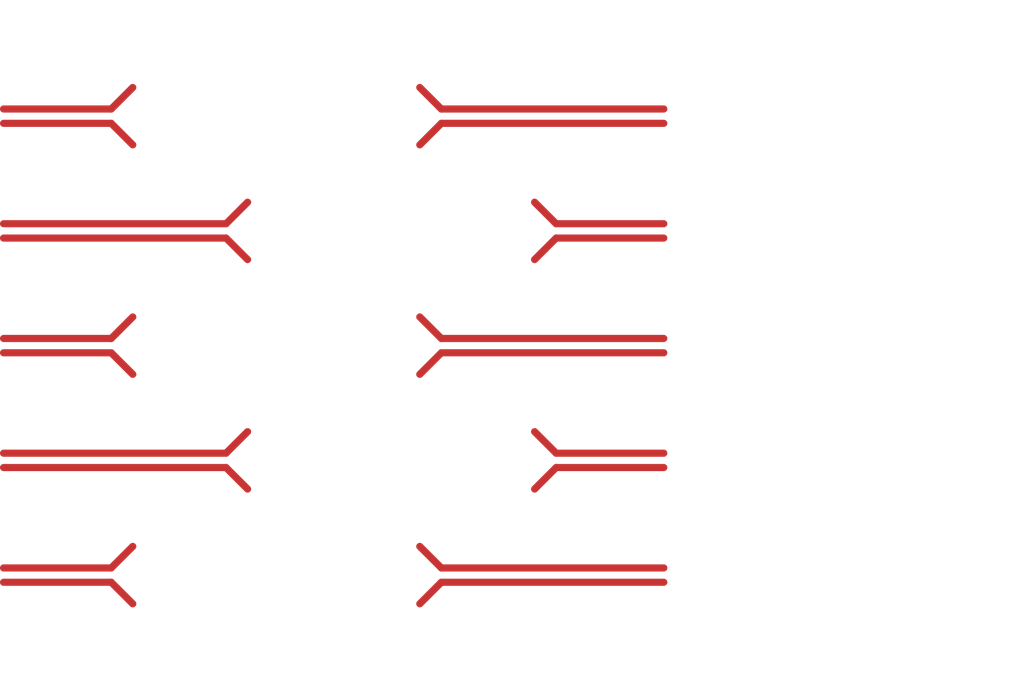
<source format=kicad_pcb>
(kicad_pcb
	(version 20240108)
	(generator "pcbnew")
	(generator_version "8.0")
	(general
		(thickness 1.6)
		(legacy_teardrops no)
	)
	(paper "A4")
	(layers
		(0 "F.Cu" signal)
		(31 "B.Cu" signal)
		(32 "B.Adhes" user "B.Adhesive")
		(33 "F.Adhes" user "F.Adhesive")
		(34 "B.Paste" user)
		(35 "F.Paste" user)
		(36 "B.SilkS" user "B.Silkscreen")
		(37 "F.SilkS" user "F.Silkscreen")
		(38 "B.Mask" user)
		(39 "F.Mask" user)
		(40 "Dwgs.User" user "User.Drawings")
		(41 "Cmts.User" user "User.Comments")
		(42 "Eco1.User" user "User.Eco1")
		(43 "Eco2.User" user "User.Eco2")
		(44 "Edge.Cuts" user)
		(45 "Margin" user)
		(46 "B.CrtYd" user "B.Courtyard")
		(47 "F.CrtYd" user "F.Courtyard")
		(48 "B.Fab" user)
		(49 "F.Fab" user)
		(50 "User.1" user)
		(51 "User.2" user)
		(52 "User.3" user)
		(53 "User.4" user)
		(54 "User.5" user)
		(55 "User.6" user)
		(56 "User.7" user)
		(57 "User.8" user)
		(58 "User.9" user)
	)
	(setup
		(pad_to_mask_clearance 0)
		(allow_soldermask_bridges_in_footprints no)
		(pcbplotparams
			(layerselection 0x00010fc_ffffffff)
			(plot_on_all_layers_selection 0x0000000_00000000)
			(disableapertmacros no)
			(usegerberextensions no)
			(usegerberattributes yes)
			(usegerberadvancedattributes yes)
			(creategerberjobfile yes)
			(dashed_line_dash_ratio 12.000000)
			(dashed_line_gap_ratio 3.000000)
			(svgprecision 4)
			(plotframeref no)
			(viasonmask no)
			(mode 1)
			(useauxorigin no)
			(hpglpennumber 1)
			(hpglpenspeed 20)
			(hpglpendiameter 15.000000)
			(pdf_front_fp_property_popups yes)
			(pdf_back_fp_property_popups yes)
			(dxfpolygonmode yes)
			(dxfimperialunits yes)
			(dxfusepcbnewfont yes)
			(psnegative no)
			(psa4output no)
			(plotreference yes)
			(plotvalue yes)
			(plotfptext yes)
			(plotinvisibletext no)
			(sketchpadsonfab no)
			(subtractmaskfromsilk no)
			(outputformat 1)
			(mirror no)
			(drillshape 1)
			(scaleselection 1)
			(outputdirectory "")
		)
	)
	(net 0 "")
	(gr_line
		(start 223.5 8.5)
		(end 239 8.5)
		(stroke
			(width 0.5)
			(type default)
		)
		(layer "F.Cu")
		(uuid "07cc1cf3-9b78-45ef-b635-be6f5cebef7a")
	)
	(gr_line
		(start 208.5 15.5)
		(end 193 15.5)
		(stroke
			(width 0.5)
			(type default)
		)
		(layer "F.Cu")
		(uuid "08667888-5e77-47c4-8517-139ecbf24cea")
	)
	(gr_line
		(start 208.5 32.5)
		(end 193 32.5)
		(stroke
			(width 0.5)
			(type default)
		)
		(layer "F.Cu")
		(uuid "0e55634c-d89c-4fc9-bd97-df1770f25dd8")
	)
	(gr_line
		(start 200.5 8.5)
		(end 193 8.5)
		(stroke
			(width 0.5)
			(type default)
		)
		(layer "F.Cu")
		(uuid "25bc5f17-5473-4781-b20b-4ec9d8e31335")
	)
	(gr_line
		(start 231.5 16.5)
		(end 239 16.5)
		(stroke
			(width 0.5)
			(type default)
		)
		(layer "F.Cu")
		(uuid "2652ac76-5c5d-41ca-8752-5cce5a9203b1")
	)
	(gr_line
		(start 222 10)
		(end 223.5 8.5)
		(stroke
			(width 0.5)
			(type default)
		)
		(layer "F.Cu")
		(uuid "32e434e7-34c0-45b7-b3c2-1fde2b0f1aae")
	)
	(gr_line
		(start 210 34)
		(end 208.5 32.5)
		(stroke
			(width 0.5)
			(type default)
		)
		(layer "F.Cu")
		(uuid "3663d383-438e-4856-a351-27c66fd5d32e")
	)
	(gr_line
		(start 222 22)
		(end 223.5 23.5)
		(stroke
			(width 0.5)
			(type default)
		)
		(layer "F.Cu")
		(uuid "37e14f95-95d2-4896-9c1d-ee35968f8dd9")
	)
	(gr_line
		(start 200.5 39.5)
		(end 193 39.5)
		(stroke
			(width 0.5)
			(type default)
		)
		(layer "F.Cu")
		(uuid "4653cf86-ca12-46a7-83fe-f044798a60a3")
	)
	(gr_line
		(start 230 14)
		(end 231.5 15.5)
		(stroke
			(width 0.5)
			(type default)
		)
		(layer "F.Cu")
		(uuid "486c45c4-22a3-4f66-866d-94677647de2b")
	)
	(gr_line
		(start 210 18)
		(end 208.5 16.5)
		(stroke
			(width 0.5)
			(type default)
		)
		(layer "F.Cu")
		(uuid "4a11184d-a3da-42da-a2fb-98c03820cb25")
	)
	(gr_line
		(start 223.5 40.5)
		(end 239 40.5)
		(stroke
			(width 0.5)
			(type default)
		)
		(layer "F.Cu")
		(uuid "4c5dc441-c818-4a4c-9338-4739f48b4e00")
	)
	(gr_line
		(start 223.5 23.5)
		(end 239 23.5)
		(stroke
			(width 0.5)
			(type default)
		)
		(layer "F.Cu")
		(uuid "58392ac5-9988-4123-ab2c-0157931bdaff")
	)
	(gr_line
		(start 223.5 24.5)
		(end 239 24.5)
		(stroke
			(width 0.5)
			(type default)
		)
		(layer "F.Cu")
		(uuid "6075b7a7-a8e9-4d66-8baf-74a97d1c5801")
	)
	(gr_line
		(start 222 38)
		(end 223.5 39.5)
		(stroke
			(width 0.5)
			(type default)
		)
		(layer "F.Cu")
		(uuid "63463c6f-ea43-49bc-8aa3-2c58f095b44a")
	)
	(gr_line
		(start 202 26)
		(end 200.5 24.5)
		(stroke
			(width 0.5)
			(type default)
		)
		(layer "F.Cu")
		(uuid "6dc8ff40-99b0-4a14-ae2f-336eff146e16")
	)
	(gr_line
		(start 200.5 23.5)
		(end 193 23.5)
		(stroke
			(width 0.5)
			(type default)
		)
		(layer "F.Cu")
		(uuid "6e9de29f-a2ce-42d2-9c03-1fddcc7f5b38")
	)
	(gr_line
		(start 222 6)
		(end 223.5 7.5)
		(stroke
			(width 0.5)
			(type default)
		)
		(layer "F.Cu")
		(uuid "719ca1ba-5813-4eae-8d99-123a36c0337b")
	)
	(gr_line
		(start 208.5 16.5)
		(end 193 16.5)
		(stroke
			(width 0.5)
			(type default)
		)
		(layer "F.Cu")
		(uuid "79e11d47-9874-4b20-9ceb-2acc462eba47")
	)
	(gr_line
		(start 202 10)
		(end 200.5 8.5)
		(stroke
			(width 0.5)
			(type default)
		)
		(layer "F.Cu")
		(uuid "7f6ac355-10fc-4277-b65e-ce55ed2ab2c8")
	)
	(gr_line
		(start 202 22)
		(end 200.5 23.5)
		(stroke
			(width 0.5)
			(type default)
		)
		(layer "F.Cu")
		(uuid "8c2a111a-c62d-4bfa-bf01-11175af653ad")
	)
	(gr_line
		(start 223.5 7.5)
		(end 239 7.5)
		(stroke
			(width 0.5)
			(type default)
		)
		(layer "F.Cu")
		(uuid "8ce0dc1e-80ec-4198-a9d5-869a23392845")
	)
	(gr_line
		(start 210 14)
		(end 208.5 15.5)
		(stroke
			(width 0.5)
			(type default)
		)
		(layer "F.Cu")
		(uuid "95c92673-438f-456e-a5ff-bf2a983d4802")
	)
	(gr_line
		(start 200.5 24.5)
		(end 193 24.5)
		(stroke
			(width 0.5)
			(type default)
		)
		(layer "F.Cu")
		(uuid "9b71c048-ed8d-4609-8ac7-548a1948dbdf")
	)
	(gr_line
		(start 231.5 31.5)
		(end 239 31.5)
		(stroke
			(width 0.5)
			(type default)
		)
		(layer "F.Cu")
		(uuid "a1ef08ca-e76b-4a89-a2f6-2d2c695d4ab0")
	)
	(gr_line
		(start 208.5 31.5)
		(end 193 31.5)
		(stroke
			(width 0.5)
			(type default)
		)
		(layer "F.Cu")
		(uuid "a3b8a306-e917-42c8-aac7-d436b55572f3")
	)
	(gr_line
		(start 202 42)
		(end 200.5 40.5)
		(stroke
			(width 0.5)
			(type default)
		)
		(layer "F.Cu")
		(uuid "abcb4647-bfb5-42c5-b9cf-2961d39769c3")
	)
	(gr_line
		(start 222 42)
		(end 223.5 40.5)
		(stroke
			(width 0.5)
			(type default)
		)
		(layer "F.Cu")
		(uuid "af1bec90-2bf5-40df-ba77-b0957d9fbc93")
	)
	(gr_line
		(start 230 18)
		(end 231.5 16.5)
		(stroke
			(width 0.5)
			(type default)
		)
		(layer "F.Cu")
		(uuid "ba2f9198-1218-48ac-aa31-6742e0400da5")
	)
	(gr_line
		(start 230 30)
		(end 231.5 31.5)
		(stroke
			(width 0.5)
			(type default)
		)
		(layer "F.Cu")
		(uuid "bc19a146-ae39-451b-9c31-131eb865f34f")
	)
	(gr_line
		(start 231.5 32.5)
		(end 239 32.5)
		(stroke
			(width 0.5)
			(type default)
		)
		(layer "F.Cu")
		(uuid "ca808418-6139-4e74-be15-9a7848f800d7")
	)
	(gr_line
		(start 200.5 7.5)
		(end 193 7.5)
		(stroke
			(width 0.5)
			(type default)
		)
		(layer "F.Cu")
		(uuid "caa6b7f8-013b-42a3-bce5-a4d0cef40ce4")
	)
	(gr_line
		(start 202 6)
		(end 200.5 7.5)
		(stroke
			(width 0.5)
			(type default)
		)
		(layer "F.Cu")
		(uuid "d04db3d4-9037-40de-8631-447644b8e6d4")
	)
	(gr_line
		(start 223.5 39.5)
		(end 239 39.5)
		(stroke
			(width 0.5)
			(type default)
		)
		(layer "F.Cu")
		(uuid "da21638c-3e7a-4fa9-a932-75229964df28")
	)
	(gr_line
		(start 231.5 15.5)
		(end 239 15.5)
		(stroke
			(width 0.5)
			(type default)
		)
		(layer "F.Cu")
		(uuid "da528f9c-9e88-4661-976a-89274aa4c538")
	)
	(gr_line
		(start 200.5 40.5)
		(end 193 40.5)
		(stroke
			(width 0.5)
			(type default)
		)
		(layer "F.Cu")
		(uuid "dbb6275d-8ab6-4073-b744-6563bed3a8ff")
	)
	(gr_line
		(start 222 26)
		(end 223.5 24.5)
		(stroke
			(width 0.5)
			(type default)
		)
		(layer "F.Cu")
		(uuid "ed5f931e-2d81-4560-bc32-9a6c7254996a")
	)
	(gr_line
		(start 230 34)
		(end 231.5 32.5)
		(stroke
			(width 0.5)
			(type default)
		)
		(layer "F.Cu")
		(uuid "f06c140c-b178-4634-b03b-34112d14961a")
	)
	(gr_line
		(start 202 38)
		(end 200.5 39.5)
		(stroke
			(width 0.5)
			(type default)
		)
		(layer "F.Cu")
		(uuid "f6ef58c3-adb9-4a28-ab7a-6c1dbf692a66")
	)
	(gr_line
		(start 210 30)
		(end 208.5 31.5)
		(stroke
			(width 0.5)
			(type default)
		)
		(layer "F.Cu")
		(uuid "fed40b13-f61e-4aaa-a15f-0cbbeec81497")
	)
	(gr_circle
		(center 212 44)
		(end 215 44)
		(stroke
			(width 0.2)
			(type default)
		)
		(fill none)
		(layer "Dwgs.User")
		(uuid "14dfc953-f631-4cd3-8aea-3781f660af32")
	)
	(gr_circle
		(center 204 4)
		(end 207 4)
		(stroke
			(width 0.2)
			(type solid)
		)
		(fill none)
		(layer "Dwgs.User")
		(uuid "17cd316e-304d-4e4c-9f06-99296e2db195")
	)
	(gr_circle
		(center 228 3.935316)
		(end 231 3.935316)
		(stroke
			(width 0.2)
			(type default)
		)
		(fill none)
		(layer "Dwgs.User")
		(uuid "1c394645-cf03-4471-8ca2-9dcb049edce4")
	)
	(gr_line
		(start 264 0)
		(end 264 48)
		(stroke
			(width 0.2)
			(type default)
		)
		(layer "Dwgs.User")
		(uuid "35a0ccfb-13f0-4b69-ae2a-78ca0f4d1dbe")
	)
	(gr_line
		(start 244 0)
		(end 244 48)
		(stroke
			(width 0.2)
			(type default)
		)
		(layer "Dwgs.User")
		(uuid "3a6a6cbb-0af7-4198-9d96-a30286680ade")
	)
	(gr_circle
		(center 228 11.935316)
		(end 231 11.935316)
		(stroke
			(width 0.2)
			(type default)
		)
		(fill none)
		(layer "Dwgs.User")
		(uuid "3b069441-f2ae-40ce-bf32-6913ad145be2")
	)
	(gr_line
		(start 200 0)
		(end 244 0)
		(stroke
			(width 0.2)
			(type default)
		)
		(layer "Dwgs.User")
		(uuid "3b2dd49e-00c1-4f1c-b7d8-bc2eef496971")
	)
	(gr_circle
		(center 212 4)
		(end 215 4)
		(stroke
			(width 0.2)
			(type default)
		)
		(fill none)
		(layer "Dwgs.User")
		(uuid "42388a51-b99f-4111-be08-7588c0f767be")
	)
	(gr_circle
		(center 220 36)
		(end 223 36)
		(stroke
			(width 0.2)
			(type default)
		)
		(fill none)
		(layer "Dwgs.User")
		(uuid "42f5cda1-6c5c-44bf-bf71-5c6c5c4979b3")
	)
	(gr_circle
		(center 220 4)
		(end 223 4)
		(stroke
			(width 0.2)
			(type default)
		)
		(fill none)
		(layer "Dwgs.User")
		(uuid "44272ff4-a6e2-4290-85db-4967a370030f")
	)
	(gr_circle
		(center 204 12)
		(end 207 12)
		(stroke
			(width 0.2)
			(type default)
		)
		(fill none)
		(layer "Dwgs.User")
		(uuid "55cf9a3f-b602-40a2-bc01-6a5939df7b3d")
	)
	(gr_line
		(start 254 23)
		(end 254 25)
		(stroke
			(width 0.2)
			(type default)
		)
		(layer "Dwgs.User")
		(uuid "561c7bb5-8f31-47e6-9a1a-c02f39e9d9eb")
	)
	(gr_circle
		(center 220 28)
		(end 223 28)
		(stroke
			(width 0.2)
			(type default)
		)
		(fill none)
		(layer "Dwgs.User")
		(uuid "571cb9ac-0928-4d62-a36d-4775df7796a0")
	)
	(gr_circle
		(center 204 28)
		(end 207 28)
		(stroke
			(width 0.2)
			(type default)
		)
		(fill none)
		(layer "Dwgs.User")
		(uuid "59c37de8-4603-48d2-b308-dde71592bf05")
	)
	(gr_circle
		(center 204 36)
		(end 207 36)
		(stroke
			(width 0.2)
			(type default)
		)
		(fill none)
		(layer "Dwgs.User")
		(uuid "677ebd70-92b2-4f5c-bbab-a76f08eaeed8")
	)
	(gr_circle
		(center 204 20)
		(end 207 20)
		(stroke
			(width 0.2)
			(type default)
		)
		(fill none)
		(layer "Dwgs.User")
		(uuid "6f4fdd4c-dc21-4829-9e5b-8a6a3ff65ac6")
	)
	(gr_circle
		(center 228 43.935316)
		(end 231 43.935316)
		(stroke
			(width 0.2)
			(type default)
		)
		(fill none)
		(layer "Dwgs.User")
		(uuid "7cfb5e89-214e-433e-bf19-3fea9b3fb104")
	)
	(gr_line
		(start 244 48)
		(end 200 48)
		(stroke
			(width 0.2)
			(type default)
		)
		(layer "Dwgs.User")
		(uuid "924c0166-6ddf-4e46-a463-710fbf8c2a2f")
	)
	(gr_line
		(start 244 2)
		(end 264 2)
		(stroke
			(width 0.2)
			(type default)
		)
		(layer "Dwgs.User")
		(uuid "948bf26b-86ba-4376-ba0a-333792850e40")
	)
	(gr_line
		(start 264 48)
		(end 244 48)
		(stroke
			(width 0.2)
			(type default)
		)
		(layer "Dwgs.User")
		(uuid "99722949-dde9-4ef8-a40a-532917ea3447")
	)
	(gr_line
		(start 200 48)
		(end 200 0)
		(stroke
			(width 0.2)
			(type default)
		)
		(layer "Dwgs.User")
		(uuid "9cc19133-f900-4ec4-869c-add00cab5b67")
	)
	(gr_circle
		(center 212 28)
		(end 215 28)
		(stroke
			(width 0.2)
			(type default)
		)
		(fill none)
		(layer "Dwgs.User")
		(uuid "a1188c68-3ad1-460b-a51a-7704beaf0088")
	)
	(gr_circle
		(center 220 12)
		(end 223 12)
		(stroke
			(width 0.2)
			(type default)
		)
		(fill none)
		(layer "Dwgs.User")
		(uuid "a8a3ff20-27a5-4368-a125-1f91b3cab07c")
	)
	(gr_circle
		(center 212 36)
		(end 215 36)
		(stroke
			(width 0.2)
			(type default)
		)
		(fill none)
		(layer "Dwgs.User")
		(uuid "b1034166-0795-4457-94fe-8dd56ac17216")
	)
	(gr_line
		(start 255 26)
		(end 264 26)
		(stroke
			(width 0.2)
			(type default)
		)
		(layer "Dwgs.User")
		(uuid "b59409a5-702c-43c5-b147-690682a7aa6e")
	)
	(gr_line
		(start 254 25)
		(end 255 26)
		(stroke
			(width 0.2)
			(type default)
		)
		(layer "Dwgs.User")
		(uuid "b8b71235-cdc2-49e6-9eb7-f834042aeef7")
	)
	(gr_circle
		(center 228 19.935316)
		(end 231 20)
		(stroke
			(width 0.2)
			(type default)
		)
		(fill none)
		(layer "Dwgs.User")
		(uuid "bcaff42b-661f-4f42-a800-d5d5d6af3f82")
	)
	(gr_circle
		(center 204 44)
		(end 207 44)
		(stroke
			(width 0.2)
			(type default)
		)
		(fill none)
		(layer "Dwgs.User")
		(uuid "bd244df3-39d8-4b3c-835f-232b6d633592")
	)
	(gr_circle
		(center 228 27.935316)
		(end 231 28)
		(stroke
			(width 0.2)
			(type default)
		)
		(fill none)
		(layer "Dwgs.User")
		(uuid "c240ba84-744f-4104-b3fb-b31ccba8a848")
	)
	(gr_line
		(start 244 46)
		(end 264 46)
		(stroke
			(width 0.2)
			(type default)
		)
		(layer "Dwgs.User")
		(uuid "d27798bb-f91e-41cb-a321-fd0453de1d61")
	)
	(gr_circle
		(center 228 35.935316)
		(end 231 36)
		(stroke
			(width 0.2)
			(type default)
		)
		(fill none)
		(layer "Dwgs.User")
		(uuid "d3976c7f-603e-4367-8efb-e5eb0bf9de9a")
	)
	(gr_circle
		(center 220 20)
		(end 223 20)
		(stroke
			(width 0.2)
			(type default)
		)
		(fill none)
		(layer "Dwgs.User")
		(uuid "d6019fda-0719-4e18-983c-11333db8208c")
	)
	(gr_circle
		(center 220 44)
		(end 223 44)
		(stroke
			(width 0.2)
			(type default)
		)
		(fill none)
		(layer "Dwgs.User")
		(uuid "dcc27747-c25d-45ae-9800-42ca81faf60b")
	)
	(gr_line
		(start 244 0)
		(end 264 0)
		(stroke
			(width 0.2)
			(type default)
		)
		(layer "Dwgs.User")
		(uuid "e13938d5-3e7e-434a-bcba-e6e08a7994b5")
	)
	(gr_line
		(start 264 22)
		(end 255 22)
		(stroke
			(width 0.2)
			(type default)
		)
		(layer "Dwgs.User")
		(uuid "e52c8152-63e0-46bf-9fcc-7172f2251f9e")
	)
	(gr_circle
		(center 212 20)
		(end 215 20)
		(stroke
			(width 0.2)
			(type default)
		)
		(fill none)
		(layer "Dwgs.User")
		(uuid "fa881d01-f0d2-445a-a528-616b4cc0e55a")
	)
	(gr_circle
		(center 212 12)
		(end 215 12)
		(stroke
			(width 0.2)
			(type default)
		)
		(fill none)
		(layer "Dwgs.User")
		(uuid "feb6bca7-471b-4bb3-ba11-8924960a9173")
	)
	(gr_line
		(start 255 22)
		(end 254 23)
		(stroke
			(width 0.2)
			(type default)
		)
		(layer "Dwgs.User")
		(uuid "ff33fa3e-f8a8-4ace-a7f7-3ade3bfed607")
	)
	(gr_text "D4\nL8_N"
		(at 204 28 0)
		(layer "Cmts.User")
		(uuid "0cd24504-da01-4081-a332-47f237fc05ff")
		(effects
			(font
				(size 0.8 0.8)
				(thickness 0.15)
				(bold yes)
			)
		)
	)
	(gr_text "C3\nL5_N"
		(at 212 20 0)
		(layer "Cmts.User")
		(uuid "0ee31b87-176d-4744-8db1-02b3e9c31c84")
		(effects
			(font
				(size 0.8 0.8)
				(thickness 0.15)
				(bold yes)
			)
		)
	)
	(gr_text "A4\nL1_P"
		(at 228 28 0)
		(layer "Cmts.User")
		(uuid "1a7a07cb-14f7-465d-99fe-196713aaffe6")
		(effects
			(font
				(size 0.8 0.8)
				(thickness 0.15)
				(bold yes)
			)
		)
	)
	(gr_text "C4\nL6_P"
		(at 212 28 0)
		(layer "Cmts.User")
		(uuid "26154c88-dbb1-4321-8b2e-e37c13a086d3")
		(effects
			(font
				(size 0.8 0.8)
				(thickness 0.15)
				(bold yes)
			)
		)
	)
	(gr_text "C1\nGND"
		(at 212 4 0)
		(layer "Cmts.User")
		(uuid "319f8ec8-9a8e-4f50-bedd-661d9d388f91")
		(effects
			(font
				(size 0.8 0.8)
				(thickness 0.15)
				(bold yes)
			)
		)
	)
	(gr_text "A3\nL0_N"
		(at 228 19.935316 0)
		(layer "Cmts.User")
		(uuid "3b427347-9cda-42cd-a5b0-ec865df02ef2")
		(effects
			(font
				(size 0.8 0.8)
				(thickness 0.15)
				(bold yes)
			)
		)
	)
	(gr_text "A5\nL1_N"
		(at 228 36 0)
		(layer "Cmts.User")
		(uuid "45fabb09-8280-422b-bbe7-ed3168075711")
		(effects
			(font
				(size 0.8 0.8)
				(thickness 0.15)
				(bold yes)
			)
		)
	)
	(gr_text "B6\nL4_N"
		(at 220 44 0)
		(layer "Cmts.User")
		(uuid "48d71353-e856-4d91-82e4-591ca4b95f01")
		(effects
			(font
				(size 0.8 0.8)
				(thickness 0.15)
				(bold yes)
			)
		)
	)
	(gr_text "D5\nL9_P"
		(at 204 36 0)
		(layer "Cmts.User")
		(uuid "583de80f-3d3f-49c2-8266-657b276dc435")
		(effects
			(font
				(size 0.8 0.8)
				(thickness 0.15)
				(bold yes)
			)
		)
	)
	(gr_text "C5\nL6_N"
		(at 212 36 0)
		(layer "Cmts.User")
		(uuid "5cb0fe66-17c4-45b5-9cdf-28f546b4a845")
		(effects
			(font
				(size 0.8 0.8)
				(thickness 0.15)
				(bold yes)
			)
		)
	)
	(gr_text "D6\nL9_N"
		(at 204 44 0)
		(layer "Cmts.User")
		(uuid "746b0cd8-2269-4e03-b2f7-d26308991458")
		(effects
			(font
				(size 0.8 0.8)
				(thickness 0.15)
				(bold yes)
			)
		)
	)
	(gr_text "D1\nL7_P"
		(at 204 4 0)
		(layer "Cmts.User")
		(uuid "7b55f1fd-8dca-41e3-8f3c-bbd9d4831d91")
		(effects
			(font
				(size 0.8 0.8)
				(thickness 0.15)
				(bold yes)
			)
		)
	)
	(gr_text "A2\nL0_P"
		(at 228 11.935316 0)
		(layer "Cmts.User")
		(uuid "81327d18-9eec-4590-a57a-2b7b6431aacd")
		(effects
			(font
				(size 0.8 0.8)
				(thickness 0.15)
				(bold yes)
			)
		)
	)
	(gr_text "D3\nL8_P"
		(at 204 20 0)
		(layer "Cmts.User")
		(uuid "87e7f6f3-21bd-47cf-92da-23fe10a39473")
		(effects
			(font
				(size 0.8 0.8)
				(thickness 0.15)
				(bold yes)
			)
		)
	)
	(gr_text "A6\nGND"
		(at 228 43.935316 0)
		(layer "Cmts.User")
		(uuid "96881f21-cdd7-4173-80c1-752e8be1c5b8")
		(effects
			(font
				(size 0.8 0.8)
				(thickness 0.15)
				(bold yes)
			)
		)
	)
	(gr_text "B1\nL2_P"
		(at 220 4 0)
		(layer "Cmts.User")
		(uuid "96b0044c-d0c7-481c-9e94-ba9ac1a44399")
		(effects
			(font
				(size 0.8 0.8)
				(thickness 0.15)
				(bold yes)
			)
		)
	)
	(gr_text "D2\nL7_N"
		(at 204 12 0)
		(layer "Cmts.User")
		(uuid "9bead7f1-827d-495c-b596-c9b40875b1ff")
		(effects
			(font
				(size 0.8 0.8)
				(thickness 0.15)
				(bold yes)
			)
		)
	)
	(gr_text "B3\nL3_P"
		(at 220 20 0)
		(layer "Cmts.User")
		(uuid "be1baf11-0638-47b0-9df9-d40d94ae2dcb")
		(effects
			(font
				(size 0.8 0.8)
				(thickness 0.15)
				(bold yes)
			)
		)
	)
	(gr_text "B2\nL2_N"
		(at 220 12 0)
		(layer "Cmts.User")
		(uuid "c3b3d756-8e02-4f02-8e9a-86eea24b5a73")
		(effects
			(font
				(size 0.8 0.8)
				(thickness 0.15)
				(bold yes)
			)
		)
	)
	(gr_text "JM2"
		(at 260 43 0)
		(layer "Cmts.User")
		(uuid "d5bbd396-f8e3-419d-9987-b7c49be6ea5f")
		(effects
			(font
				(size 2 2)
				(thickness 0.4)
				(bold yes)
			)
		)
	)
	(gr_text "C2\nL5_P"
		(at 212 12 0)
		(layer "Cmts.User")
		(uuid "db24f3b0-96eb-463c-a335-a8f53d60eb58")
		(effects
			(font
				(size 0.8 0.8)
				(thickness 0.15)
				(bold yes)
			)
		)
	)
	(gr_text "A1\nGND"
		(at 228 3.935316 0)
		(layer "Cmts.User")
		(uuid "db2782a7-9ec0-4722-9675-4763105f6f2f")
		(effects
			(font
				(size 0.8 0.8)
				(thickness 0.15)
				(bold yes)
			)
		)
	)
	(gr_text "C6\nGND"
		(at 212 44 0)
		(layer "Cmts.User")
		(uuid "e2a246e9-e9f1-4e14-9d68-4270f558fb93")
		(effects
			(font
				(size 0.8 0.8)
				(thickness 0.15)
				(bold yes)
			)
		)
	)
	(gr_text "B5\nL4_P"
		(at 220 36 0)
		(layer "Cmts.User")
		(uuid "e8ff9d23-bec5-4089-b814-5cd07b83b2f2")
		(effects
			(font
				(size 0.8 0.8)
				(thickness 0.15)
				(bold yes)
			)
		)
	)
	(gr_text "B4\nL3_N"
		(at 220 28 0)
		(layer "Cmts.User")
		(uuid "f8aa1b7b-5b62-4e5d-9be3-6c521f201d5b")
		(effects
			(font
				(size 0.8 0.8)
				(thickness 0.15)
				(bold yes)
			)
		)
	)
	(dimension
		(type leader)
		(layer "Cmts.User")
		(uuid "2c743f80-dcc0-445c-8dde-4ac2e797d0db")
		(pts
			(xy 260 15) (xy 258 15)
		)
		(gr_text "Backplane"
			(at 253 15 0)
			(layer "Cmts.User")
			(uuid "2c743f80-dcc0-445c-8dde-4ac2e797d0db")
			(effects
				(font
					(size 0.8 0.8)
					(thickness 0.15)
				)
			)
		)
		(format
			(prefix "")
			(suffix "")
			(units 0)
			(units_format 0)
			(precision 4)
			(override_value "Backplane")
		)
		(style
			(thickness 0.2)
			(arrow_length 1.27)
			(text_position_mode 0)
			(text_frame 1)
			(extension_offset 0.5)
		)
	)
)

</source>
